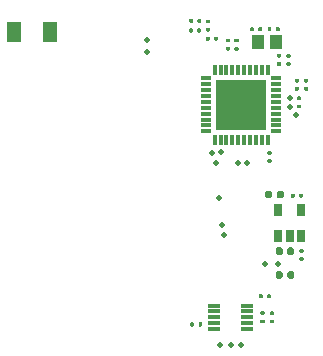
<source format=gbr>
G04 #@! TF.GenerationSoftware,KiCad,Pcbnew,(5.1.6)-1*
G04 #@! TF.CreationDate,2021-05-09T15:01:23+05:30*
G04 #@! TF.ProjectId,ProTag,50726f54-6167-42e6-9b69-6361645f7063,1*
G04 #@! TF.SameCoordinates,Original*
G04 #@! TF.FileFunction,Paste,Top*
G04 #@! TF.FilePolarity,Positive*
%FSLAX45Y45*%
G04 Gerber Fmt 4.5, Leading zero omitted, Abs format (unit mm)*
G04 Created by KiCad (PCBNEW (5.1.6)-1) date 2021-05-09 15:01:23*
%MOMM*%
%LPD*%
G01*
G04 APERTURE LIST*
%ADD10R,1.150000X1.800000*%
%ADD11R,1.000000X0.300000*%
%ADD12R,4.250000X4.250000*%
%ADD13R,0.300000X0.850000*%
%ADD14R,0.850000X0.300000*%
%ADD15C,0.500000*%
%ADD16R,0.650000X1.060000*%
%ADD17R,1.000000X1.250000*%
G04 APERTURE END LIST*
D10*
G04 #@! TO.C,ANT1*
X16930000Y-10730000D03*
X17230000Y-10730000D03*
G04 #@! TD*
G04 #@! TO.C,C1*
G36*
G01*
X19298000Y-12572750D02*
X19298000Y-12607250D01*
G75*
G02*
X19283250Y-12622000I-14750J0D01*
G01*
X19253750Y-12622000D01*
G75*
G02*
X19239000Y-12607250I0J14750D01*
G01*
X19239000Y-12572750D01*
G75*
G02*
X19253750Y-12558000I14750J0D01*
G01*
X19283250Y-12558000D01*
G75*
G02*
X19298000Y-12572750I0J-14750D01*
G01*
G37*
G36*
G01*
X19201000Y-12572750D02*
X19201000Y-12607250D01*
G75*
G02*
X19186250Y-12622000I-14750J0D01*
G01*
X19156750Y-12622000D01*
G75*
G02*
X19142000Y-12607250I0J14750D01*
G01*
X19142000Y-12572750D01*
G75*
G02*
X19156750Y-12558000I14750J0D01*
G01*
X19186250Y-12558000D01*
G75*
G02*
X19201000Y-12572750I0J-14750D01*
G01*
G37*
G04 #@! TD*
G04 #@! TO.C,C2*
G36*
G01*
X18488600Y-13220050D02*
X18488600Y-13199950D01*
G75*
G02*
X18496550Y-13192000I7950J0D01*
G01*
X18512450Y-13192000D01*
G75*
G02*
X18520400Y-13199950I0J-7950D01*
G01*
X18520400Y-13220050D01*
G75*
G02*
X18512450Y-13228000I-7950J0D01*
G01*
X18496550Y-13228000D01*
G75*
G02*
X18488600Y-13220050I0J7950D01*
G01*
G37*
G36*
G01*
X18419600Y-13220050D02*
X18419600Y-13199950D01*
G75*
G02*
X18427550Y-13192000I7950J0D01*
G01*
X18443450Y-13192000D01*
G75*
G02*
X18451400Y-13199950I0J-7950D01*
G01*
X18451400Y-13220050D01*
G75*
G02*
X18443450Y-13228000I-7950J0D01*
G01*
X18427550Y-13228000D01*
G75*
G02*
X18419600Y-13220050I0J7950D01*
G01*
G37*
G04 #@! TD*
G04 #@! TO.C,C3*
G36*
G01*
X19370050Y-12601400D02*
X19349950Y-12601400D01*
G75*
G02*
X19342000Y-12593450I0J7950D01*
G01*
X19342000Y-12577550D01*
G75*
G02*
X19349950Y-12569600I7950J0D01*
G01*
X19370050Y-12569600D01*
G75*
G02*
X19378000Y-12577550I0J-7950D01*
G01*
X19378000Y-12593450D01*
G75*
G02*
X19370050Y-12601400I-7950J0D01*
G01*
G37*
G36*
G01*
X19370050Y-12670400D02*
X19349950Y-12670400D01*
G75*
G02*
X19342000Y-12662450I0J7950D01*
G01*
X19342000Y-12646550D01*
G75*
G02*
X19349950Y-12638600I7950J0D01*
G01*
X19370050Y-12638600D01*
G75*
G02*
X19378000Y-12646550I0J-7950D01*
G01*
X19378000Y-12662450D01*
G75*
G02*
X19370050Y-12670400I-7950J0D01*
G01*
G37*
G04 #@! TD*
G04 #@! TO.C,C4*
G36*
G01*
X18441400Y-10709950D02*
X18441400Y-10730050D01*
G75*
G02*
X18433450Y-10738000I-7950J0D01*
G01*
X18417550Y-10738000D01*
G75*
G02*
X18409600Y-10730050I0J7950D01*
G01*
X18409600Y-10709950D01*
G75*
G02*
X18417550Y-10702000I7950J0D01*
G01*
X18433450Y-10702000D01*
G75*
G02*
X18441400Y-10709950I0J-7950D01*
G01*
G37*
G36*
G01*
X18510400Y-10709950D02*
X18510400Y-10730050D01*
G75*
G02*
X18502450Y-10738000I-7950J0D01*
G01*
X18486550Y-10738000D01*
G75*
G02*
X18478600Y-10730050I0J7950D01*
G01*
X18478600Y-10709950D01*
G75*
G02*
X18486550Y-10702000I7950J0D01*
G01*
X18502450Y-10702000D01*
G75*
G02*
X18510400Y-10709950I0J-7950D01*
G01*
G37*
G04 #@! TD*
G04 #@! TO.C,C5*
G36*
G01*
X19269600Y-12130050D02*
X19269600Y-12109950D01*
G75*
G02*
X19277550Y-12102000I7950J0D01*
G01*
X19293450Y-12102000D01*
G75*
G02*
X19301400Y-12109950I0J-7950D01*
G01*
X19301400Y-12130050D01*
G75*
G02*
X19293450Y-12138000I-7950J0D01*
G01*
X19277550Y-12138000D01*
G75*
G02*
X19269600Y-12130050I0J7950D01*
G01*
G37*
G36*
G01*
X19338600Y-12130050D02*
X19338600Y-12109950D01*
G75*
G02*
X19346550Y-12102000I7950J0D01*
G01*
X19362450Y-12102000D01*
G75*
G02*
X19370400Y-12109950I0J-7950D01*
G01*
X19370400Y-12130050D01*
G75*
G02*
X19362450Y-12138000I-7950J0D01*
G01*
X19346550Y-12138000D01*
G75*
G02*
X19338600Y-12130050I0J7950D01*
G01*
G37*
G04 #@! TD*
G04 #@! TO.C,C6*
G36*
G01*
X18441400Y-10629950D02*
X18441400Y-10650050D01*
G75*
G02*
X18433450Y-10658000I-7950J0D01*
G01*
X18417550Y-10658000D01*
G75*
G02*
X18409600Y-10650050I0J7950D01*
G01*
X18409600Y-10629950D01*
G75*
G02*
X18417550Y-10622000I7950J0D01*
G01*
X18433450Y-10622000D01*
G75*
G02*
X18441400Y-10629950I0J-7950D01*
G01*
G37*
G36*
G01*
X18510400Y-10629950D02*
X18510400Y-10650050D01*
G75*
G02*
X18502450Y-10658000I-7950J0D01*
G01*
X18486550Y-10658000D01*
G75*
G02*
X18478600Y-10650050I0J7950D01*
G01*
X18478600Y-10629950D01*
G75*
G02*
X18486550Y-10622000I7950J0D01*
G01*
X18502450Y-10622000D01*
G75*
G02*
X18510400Y-10629950I0J-7950D01*
G01*
G37*
G04 #@! TD*
G04 #@! TO.C,C7*
G36*
G01*
X19111000Y-12092750D02*
X19111000Y-12127250D01*
G75*
G02*
X19096250Y-12142000I-14750J0D01*
G01*
X19066750Y-12142000D01*
G75*
G02*
X19052000Y-12127250I0J14750D01*
G01*
X19052000Y-12092750D01*
G75*
G02*
X19066750Y-12078000I14750J0D01*
G01*
X19096250Y-12078000D01*
G75*
G02*
X19111000Y-12092750I0J-14750D01*
G01*
G37*
G36*
G01*
X19208000Y-12092750D02*
X19208000Y-12127250D01*
G75*
G02*
X19193250Y-12142000I-14750J0D01*
G01*
X19163750Y-12142000D01*
G75*
G02*
X19149000Y-12127250I0J14750D01*
G01*
X19149000Y-12092750D01*
G75*
G02*
X19163750Y-12078000I14750J0D01*
G01*
X19193250Y-12078000D01*
G75*
G02*
X19208000Y-12092750I0J-14750D01*
G01*
G37*
G04 #@! TD*
G04 #@! TO.C,C8*
G36*
G01*
X19100400Y-12959950D02*
X19100400Y-12980050D01*
G75*
G02*
X19092450Y-12988000I-7950J0D01*
G01*
X19076550Y-12988000D01*
G75*
G02*
X19068600Y-12980050I0J7950D01*
G01*
X19068600Y-12959950D01*
G75*
G02*
X19076550Y-12952000I7950J0D01*
G01*
X19092450Y-12952000D01*
G75*
G02*
X19100400Y-12959950I0J-7950D01*
G01*
G37*
G36*
G01*
X19031400Y-12959950D02*
X19031400Y-12980050D01*
G75*
G02*
X19023450Y-12988000I-7950J0D01*
G01*
X19007550Y-12988000D01*
G75*
G02*
X18999600Y-12980050I0J7950D01*
G01*
X18999600Y-12959950D01*
G75*
G02*
X19007550Y-12952000I7950J0D01*
G01*
X19023450Y-12952000D01*
G75*
G02*
X19031400Y-12959950I0J-7950D01*
G01*
G37*
G04 #@! TD*
G04 #@! TO.C,C9*
G36*
G01*
X19298000Y-12772750D02*
X19298000Y-12807250D01*
G75*
G02*
X19283250Y-12822000I-14750J0D01*
G01*
X19253750Y-12822000D01*
G75*
G02*
X19239000Y-12807250I0J14750D01*
G01*
X19239000Y-12772750D01*
G75*
G02*
X19253750Y-12758000I14750J0D01*
G01*
X19283250Y-12758000D01*
G75*
G02*
X19298000Y-12772750I0J-14750D01*
G01*
G37*
G36*
G01*
X19201000Y-12772750D02*
X19201000Y-12807250D01*
G75*
G02*
X19186250Y-12822000I-14750J0D01*
G01*
X19156750Y-12822000D01*
G75*
G02*
X19142000Y-12807250I0J14750D01*
G01*
X19142000Y-12772750D01*
G75*
G02*
X19156750Y-12758000I14750J0D01*
G01*
X19186250Y-12758000D01*
G75*
G02*
X19201000Y-12772750I0J-14750D01*
G01*
G37*
G04 #@! TD*
G04 #@! TO.C,C10*
G36*
G01*
X19074100Y-10720050D02*
X19074100Y-10699950D01*
G75*
G02*
X19082050Y-10692000I7950J0D01*
G01*
X19097950Y-10692000D01*
G75*
G02*
X19105900Y-10699950I0J-7950D01*
G01*
X19105900Y-10720050D01*
G75*
G02*
X19097950Y-10728000I-7950J0D01*
G01*
X19082050Y-10728000D01*
G75*
G02*
X19074100Y-10720050I0J7950D01*
G01*
G37*
G36*
G01*
X19143100Y-10720050D02*
X19143100Y-10699950D01*
G75*
G02*
X19151050Y-10692000I7950J0D01*
G01*
X19166950Y-10692000D01*
G75*
G02*
X19174900Y-10699950I0J-7950D01*
G01*
X19174900Y-10720050D01*
G75*
G02*
X19166950Y-10728000I-7950J0D01*
G01*
X19151050Y-10728000D01*
G75*
G02*
X19143100Y-10720050I0J7950D01*
G01*
G37*
G04 #@! TD*
G04 #@! TO.C,C11*
G36*
G01*
X18925100Y-10720050D02*
X18925100Y-10699950D01*
G75*
G02*
X18933050Y-10692000I7950J0D01*
G01*
X18948950Y-10692000D01*
G75*
G02*
X18956900Y-10699950I0J-7950D01*
G01*
X18956900Y-10720050D01*
G75*
G02*
X18948950Y-10728000I-7950J0D01*
G01*
X18933050Y-10728000D01*
G75*
G02*
X18925100Y-10720050I0J7950D01*
G01*
G37*
G36*
G01*
X18994100Y-10720050D02*
X18994100Y-10699950D01*
G75*
G02*
X19002050Y-10692000I7950J0D01*
G01*
X19017950Y-10692000D01*
G75*
G02*
X19025900Y-10699950I0J-7950D01*
G01*
X19025900Y-10720050D01*
G75*
G02*
X19017950Y-10728000I-7950J0D01*
G01*
X19002050Y-10728000D01*
G75*
G02*
X18994100Y-10720050I0J7950D01*
G01*
G37*
G04 #@! TD*
G04 #@! TO.C,C12*
G36*
G01*
X18820050Y-10821400D02*
X18799950Y-10821400D01*
G75*
G02*
X18792000Y-10813450I0J7950D01*
G01*
X18792000Y-10797550D01*
G75*
G02*
X18799950Y-10789600I7950J0D01*
G01*
X18820050Y-10789600D01*
G75*
G02*
X18828000Y-10797550I0J-7950D01*
G01*
X18828000Y-10813450D01*
G75*
G02*
X18820050Y-10821400I-7950J0D01*
G01*
G37*
G36*
G01*
X18820050Y-10890400D02*
X18799950Y-10890400D01*
G75*
G02*
X18792000Y-10882450I0J7950D01*
G01*
X18792000Y-10866550D01*
G75*
G02*
X18799950Y-10858600I7950J0D01*
G01*
X18820050Y-10858600D01*
G75*
G02*
X18828000Y-10866550I0J-7950D01*
G01*
X18828000Y-10882450D01*
G75*
G02*
X18820050Y-10890400I-7950J0D01*
G01*
G37*
G04 #@! TD*
G04 #@! TO.C,C13*
G36*
G01*
X19159950Y-10988600D02*
X19180050Y-10988600D01*
G75*
G02*
X19188000Y-10996550I0J-7950D01*
G01*
X19188000Y-11012450D01*
G75*
G02*
X19180050Y-11020400I-7950J0D01*
G01*
X19159950Y-11020400D01*
G75*
G02*
X19152000Y-11012450I0J7950D01*
G01*
X19152000Y-10996550D01*
G75*
G02*
X19159950Y-10988600I7950J0D01*
G01*
G37*
G36*
G01*
X19159950Y-10919600D02*
X19180050Y-10919600D01*
G75*
G02*
X19188000Y-10927550I0J-7950D01*
G01*
X19188000Y-10943450D01*
G75*
G02*
X19180050Y-10951400I-7950J0D01*
G01*
X19159950Y-10951400D01*
G75*
G02*
X19152000Y-10943450I0J7950D01*
G01*
X19152000Y-10927550D01*
G75*
G02*
X19159950Y-10919600I7950J0D01*
G01*
G37*
G04 #@! TD*
G04 #@! TO.C,C14*
G36*
G01*
X18750050Y-10890400D02*
X18729950Y-10890400D01*
G75*
G02*
X18722000Y-10882450I0J7950D01*
G01*
X18722000Y-10866550D01*
G75*
G02*
X18729950Y-10858600I7950J0D01*
G01*
X18750050Y-10858600D01*
G75*
G02*
X18758000Y-10866550I0J-7950D01*
G01*
X18758000Y-10882450D01*
G75*
G02*
X18750050Y-10890400I-7950J0D01*
G01*
G37*
G36*
G01*
X18750050Y-10821400D02*
X18729950Y-10821400D01*
G75*
G02*
X18722000Y-10813450I0J7950D01*
G01*
X18722000Y-10797550D01*
G75*
G02*
X18729950Y-10789600I7950J0D01*
G01*
X18750050Y-10789600D01*
G75*
G02*
X18758000Y-10797550I0J-7950D01*
G01*
X18758000Y-10813450D01*
G75*
G02*
X18750050Y-10821400I-7950J0D01*
G01*
G37*
G04 #@! TD*
G04 #@! TO.C,C15*
G36*
G01*
X19330050Y-11230400D02*
X19309950Y-11230400D01*
G75*
G02*
X19302000Y-11222450I0J7950D01*
G01*
X19302000Y-11206550D01*
G75*
G02*
X19309950Y-11198600I7950J0D01*
G01*
X19330050Y-11198600D01*
G75*
G02*
X19338000Y-11206550I0J-7950D01*
G01*
X19338000Y-11222450D01*
G75*
G02*
X19330050Y-11230400I-7950J0D01*
G01*
G37*
G36*
G01*
X19330050Y-11161400D02*
X19309950Y-11161400D01*
G75*
G02*
X19302000Y-11153450I0J7950D01*
G01*
X19302000Y-11137550D01*
G75*
G02*
X19309950Y-11129600I7950J0D01*
G01*
X19330050Y-11129600D01*
G75*
G02*
X19338000Y-11137550I0J-7950D01*
G01*
X19338000Y-11153450D01*
G75*
G02*
X19330050Y-11161400I-7950J0D01*
G01*
G37*
G04 #@! TD*
G04 #@! TO.C,C16*
G36*
G01*
X19389950Y-11198600D02*
X19410050Y-11198600D01*
G75*
G02*
X19418000Y-11206550I0J-7950D01*
G01*
X19418000Y-11222450D01*
G75*
G02*
X19410050Y-11230400I-7950J0D01*
G01*
X19389950Y-11230400D01*
G75*
G02*
X19382000Y-11222450I0J7950D01*
G01*
X19382000Y-11206550D01*
G75*
G02*
X19389950Y-11198600I7950J0D01*
G01*
G37*
G36*
G01*
X19389950Y-11129600D02*
X19410050Y-11129600D01*
G75*
G02*
X19418000Y-11137550I0J-7950D01*
G01*
X19418000Y-11153450D01*
G75*
G02*
X19410050Y-11161400I-7950J0D01*
G01*
X19389950Y-11161400D01*
G75*
G02*
X19382000Y-11153450I0J7950D01*
G01*
X19382000Y-11137550D01*
G75*
G02*
X19389950Y-11129600I7950J0D01*
G01*
G37*
G04 #@! TD*
G04 #@! TO.C,C17*
G36*
G01*
X19079950Y-11739600D02*
X19100050Y-11739600D01*
G75*
G02*
X19108000Y-11747550I0J-7950D01*
G01*
X19108000Y-11763450D01*
G75*
G02*
X19100050Y-11771400I-7950J0D01*
G01*
X19079950Y-11771400D01*
G75*
G02*
X19072000Y-11763450I0J7950D01*
G01*
X19072000Y-11747550D01*
G75*
G02*
X19079950Y-11739600I7950J0D01*
G01*
G37*
G36*
G01*
X19079950Y-11808600D02*
X19100050Y-11808600D01*
G75*
G02*
X19108000Y-11816550I0J-7950D01*
G01*
X19108000Y-11832450D01*
G75*
G02*
X19100050Y-11840400I-7950J0D01*
G01*
X19079950Y-11840400D01*
G75*
G02*
X19072000Y-11832450I0J7950D01*
G01*
X19072000Y-11816550D01*
G75*
G02*
X19079950Y-11808600I7950J0D01*
G01*
G37*
G04 #@! TD*
D11*
G04 #@! TO.C,IC1*
X18620000Y-13050000D03*
X18620000Y-13100000D03*
X18620000Y-13150000D03*
X18620000Y-13200000D03*
X18620000Y-13250000D03*
X18900000Y-13250000D03*
X18900000Y-13200000D03*
X18900000Y-13150000D03*
X18900000Y-13100000D03*
X18900000Y-13050000D03*
G04 #@! TD*
D12*
G04 #@! TO.C,IC2*
X18850000Y-11350000D03*
D13*
X18625000Y-11055000D03*
X18675000Y-11055000D03*
X18725000Y-11055000D03*
X18775000Y-11055000D03*
X18825000Y-11055000D03*
X18875000Y-11055000D03*
X18925000Y-11055000D03*
X18975000Y-11055000D03*
X19025000Y-11055000D03*
X19075000Y-11055000D03*
D14*
X19145000Y-11125000D03*
X19145000Y-11175000D03*
X19145000Y-11225000D03*
X19145000Y-11275000D03*
X19145000Y-11325000D03*
X19145000Y-11375000D03*
X19145000Y-11425000D03*
X19145000Y-11475000D03*
X19145000Y-11525000D03*
X19145000Y-11575000D03*
D13*
X19075000Y-11645000D03*
X19025000Y-11645000D03*
X18975000Y-11645000D03*
X18925000Y-11645000D03*
X18875000Y-11645000D03*
X18825000Y-11645000D03*
X18775000Y-11645000D03*
X18725000Y-11645000D03*
X18675000Y-11645000D03*
X18625000Y-11645000D03*
D14*
X18555000Y-11575000D03*
X18555000Y-11525000D03*
X18555000Y-11475000D03*
X18555000Y-11425000D03*
X18555000Y-11375000D03*
X18555000Y-11325000D03*
X18555000Y-11275000D03*
X18555000Y-11225000D03*
X18555000Y-11175000D03*
X18555000Y-11125000D03*
G04 #@! TD*
D15*
G04 #@! TO.C,J2*
X18700000Y-12450000D03*
G04 #@! TD*
G04 #@! TO.C,J3*
X18660000Y-12140000D03*
G04 #@! TD*
G04 #@! TO.C,J4*
X18050000Y-10900000D03*
G04 #@! TD*
G04 #@! TO.C,J5*
X18050000Y-10800000D03*
G04 #@! TD*
G04 #@! TO.C,J6*
X18690000Y-12370000D03*
G04 #@! TD*
G04 #@! TO.C,J7*
X18760000Y-13380000D03*
G04 #@! TD*
G04 #@! TO.C,J8*
X18850000Y-13380000D03*
G04 #@! TD*
G04 #@! TO.C,J9*
X18670000Y-13380000D03*
G04 #@! TD*
G04 #@! TO.C,J10*
X18820000Y-11840000D03*
G04 #@! TD*
G04 #@! TO.C,J11*
X18900000Y-11840000D03*
G04 #@! TD*
G04 #@! TO.C,J12*
X19260000Y-11370000D03*
G04 #@! TD*
G04 #@! TO.C,J13*
X19260000Y-11290000D03*
G04 #@! TD*
G04 #@! TO.C,J14*
X19310000Y-11440000D03*
G04 #@! TD*
G04 #@! TO.C,J15*
X18600000Y-11760000D03*
G04 #@! TD*
G04 #@! TO.C,J16*
X18680000Y-11750000D03*
G04 #@! TD*
G04 #@! TO.C,J17*
X18640000Y-11840000D03*
G04 #@! TD*
G04 #@! TO.C,J18*
X19160000Y-12700000D03*
G04 #@! TD*
G04 #@! TO.C,J19*
X19050000Y-12700000D03*
G04 #@! TD*
G04 #@! TO.C,L1*
G36*
G01*
X18580050Y-10661400D02*
X18559950Y-10661400D01*
G75*
G02*
X18552000Y-10653450I0J7950D01*
G01*
X18552000Y-10637550D01*
G75*
G02*
X18559950Y-10629600I7950J0D01*
G01*
X18580050Y-10629600D01*
G75*
G02*
X18588000Y-10637550I0J-7950D01*
G01*
X18588000Y-10653450D01*
G75*
G02*
X18580050Y-10661400I-7950J0D01*
G01*
G37*
G36*
G01*
X18580050Y-10730400D02*
X18559950Y-10730400D01*
G75*
G02*
X18552000Y-10722450I0J7950D01*
G01*
X18552000Y-10706550D01*
G75*
G02*
X18559950Y-10698600I7950J0D01*
G01*
X18580050Y-10698600D01*
G75*
G02*
X18588000Y-10706550I0J-7950D01*
G01*
X18588000Y-10722450D01*
G75*
G02*
X18580050Y-10730400I-7950J0D01*
G01*
G37*
G04 #@! TD*
G04 #@! TO.C,L2*
G36*
G01*
X19239950Y-10919600D02*
X19260050Y-10919600D01*
G75*
G02*
X19268000Y-10927550I0J-7950D01*
G01*
X19268000Y-10943450D01*
G75*
G02*
X19260050Y-10951400I-7950J0D01*
G01*
X19239950Y-10951400D01*
G75*
G02*
X19232000Y-10943450I0J7950D01*
G01*
X19232000Y-10927550D01*
G75*
G02*
X19239950Y-10919600I7950J0D01*
G01*
G37*
G36*
G01*
X19239950Y-10988600D02*
X19260050Y-10988600D01*
G75*
G02*
X19268000Y-10996550I0J-7950D01*
G01*
X19268000Y-11012450D01*
G75*
G02*
X19260050Y-11020400I-7950J0D01*
G01*
X19239950Y-11020400D01*
G75*
G02*
X19232000Y-11012450I0J7950D01*
G01*
X19232000Y-10996550D01*
G75*
G02*
X19239950Y-10988600I7950J0D01*
G01*
G37*
G04 #@! TD*
G04 #@! TO.C,R1*
G36*
G01*
X18549600Y-10800050D02*
X18549600Y-10779950D01*
G75*
G02*
X18557550Y-10772000I7950J0D01*
G01*
X18573450Y-10772000D01*
G75*
G02*
X18581400Y-10779950I0J-7950D01*
G01*
X18581400Y-10800050D01*
G75*
G02*
X18573450Y-10808000I-7950J0D01*
G01*
X18557550Y-10808000D01*
G75*
G02*
X18549600Y-10800050I0J7950D01*
G01*
G37*
G36*
G01*
X18618600Y-10800050D02*
X18618600Y-10779950D01*
G75*
G02*
X18626550Y-10772000I7950J0D01*
G01*
X18642450Y-10772000D01*
G75*
G02*
X18650400Y-10779950I0J-7950D01*
G01*
X18650400Y-10800050D01*
G75*
G02*
X18642450Y-10808000I-7950J0D01*
G01*
X18626550Y-10808000D01*
G75*
G02*
X18618600Y-10800050I0J7950D01*
G01*
G37*
G04 #@! TD*
G04 #@! TO.C,R3*
G36*
G01*
X19350050Y-11311400D02*
X19329950Y-11311400D01*
G75*
G02*
X19322000Y-11303450I0J7950D01*
G01*
X19322000Y-11287550D01*
G75*
G02*
X19329950Y-11279600I7950J0D01*
G01*
X19350050Y-11279600D01*
G75*
G02*
X19358000Y-11287550I0J-7950D01*
G01*
X19358000Y-11303450D01*
G75*
G02*
X19350050Y-11311400I-7950J0D01*
G01*
G37*
G36*
G01*
X19350050Y-11380400D02*
X19329950Y-11380400D01*
G75*
G02*
X19322000Y-11372450I0J7950D01*
G01*
X19322000Y-11356550D01*
G75*
G02*
X19329950Y-11348600I7950J0D01*
G01*
X19350050Y-11348600D01*
G75*
G02*
X19358000Y-11356550I0J-7950D01*
G01*
X19358000Y-11372450D01*
G75*
G02*
X19350050Y-11380400I-7950J0D01*
G01*
G37*
G04 #@! TD*
G04 #@! TO.C,R5*
G36*
G01*
X19019950Y-13168600D02*
X19040050Y-13168600D01*
G75*
G02*
X19048000Y-13176550I0J-7950D01*
G01*
X19048000Y-13192450D01*
G75*
G02*
X19040050Y-13200400I-7950J0D01*
G01*
X19019950Y-13200400D01*
G75*
G02*
X19012000Y-13192450I0J7950D01*
G01*
X19012000Y-13176550D01*
G75*
G02*
X19019950Y-13168600I7950J0D01*
G01*
G37*
G36*
G01*
X19019950Y-13099600D02*
X19040050Y-13099600D01*
G75*
G02*
X19048000Y-13107550I0J-7950D01*
G01*
X19048000Y-13123450D01*
G75*
G02*
X19040050Y-13131400I-7950J0D01*
G01*
X19019950Y-13131400D01*
G75*
G02*
X19012000Y-13123450I0J7950D01*
G01*
X19012000Y-13107550D01*
G75*
G02*
X19019950Y-13099600I7950J0D01*
G01*
G37*
G04 #@! TD*
G04 #@! TO.C,R6*
G36*
G01*
X19099950Y-13099600D02*
X19120050Y-13099600D01*
G75*
G02*
X19128000Y-13107550I0J-7950D01*
G01*
X19128000Y-13123450D01*
G75*
G02*
X19120050Y-13131400I-7950J0D01*
G01*
X19099950Y-13131400D01*
G75*
G02*
X19092000Y-13123450I0J7950D01*
G01*
X19092000Y-13107550D01*
G75*
G02*
X19099950Y-13099600I7950J0D01*
G01*
G37*
G36*
G01*
X19099950Y-13168600D02*
X19120050Y-13168600D01*
G75*
G02*
X19128000Y-13176550I0J-7950D01*
G01*
X19128000Y-13192450D01*
G75*
G02*
X19120050Y-13200400I-7950J0D01*
G01*
X19099950Y-13200400D01*
G75*
G02*
X19092000Y-13192450I0J7950D01*
G01*
X19092000Y-13176550D01*
G75*
G02*
X19099950Y-13168600I7950J0D01*
G01*
G37*
G04 #@! TD*
D16*
G04 #@! TO.C,U1*
X19165000Y-12460000D03*
X19260000Y-12460000D03*
X19355000Y-12460000D03*
X19355000Y-12240000D03*
X19165000Y-12240000D03*
G04 #@! TD*
D17*
G04 #@! TO.C,Y1*
X19140000Y-10820000D03*
X18990000Y-10820000D03*
G04 #@! TD*
M02*

</source>
